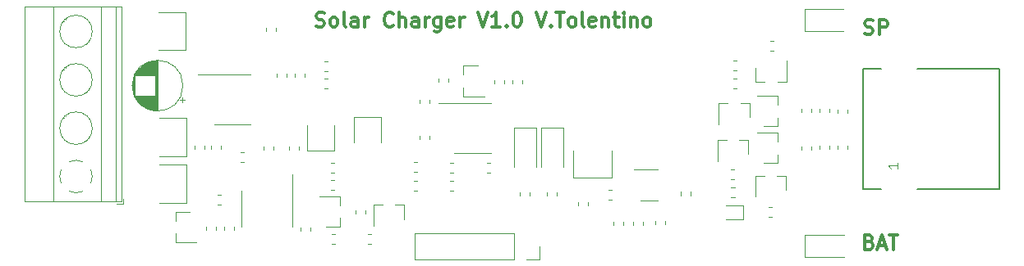
<source format=gbr>
G04 #@! TF.GenerationSoftware,KiCad,Pcbnew,(5.0.0)*
G04 #@! TF.CreationDate,2019-04-15T16:44:06+02:00*
G04 #@! TF.ProjectId,SolarPanelCharger,536F6C617250616E656C436861726765,rev?*
G04 #@! TF.SameCoordinates,Original*
G04 #@! TF.FileFunction,Legend,Top*
G04 #@! TF.FilePolarity,Positive*
%FSLAX46Y46*%
G04 Gerber Fmt 4.6, Leading zero omitted, Abs format (unit mm)*
G04 Created by KiCad (PCBNEW (5.0.0)) date 04/15/19 16:44:06*
%MOMM*%
%LPD*%
G01*
G04 APERTURE LIST*
%ADD10C,0.300000*%
%ADD11C,0.120000*%
%ADD12C,0.127000*%
%ADD13C,0.050000*%
G04 APERTURE END LIST*
D10*
X50517200Y-22451142D02*
X50731485Y-22522571D01*
X51088628Y-22522571D01*
X51231485Y-22451142D01*
X51302914Y-22379714D01*
X51374342Y-22236857D01*
X51374342Y-22094000D01*
X51302914Y-21951142D01*
X51231485Y-21879714D01*
X51088628Y-21808285D01*
X50802914Y-21736857D01*
X50660057Y-21665428D01*
X50588628Y-21594000D01*
X50517200Y-21451142D01*
X50517200Y-21308285D01*
X50588628Y-21165428D01*
X50660057Y-21094000D01*
X50802914Y-21022571D01*
X51160057Y-21022571D01*
X51374342Y-21094000D01*
X52231485Y-22522571D02*
X52088628Y-22451142D01*
X52017200Y-22379714D01*
X51945771Y-22236857D01*
X51945771Y-21808285D01*
X52017200Y-21665428D01*
X52088628Y-21594000D01*
X52231485Y-21522571D01*
X52445771Y-21522571D01*
X52588628Y-21594000D01*
X52660057Y-21665428D01*
X52731485Y-21808285D01*
X52731485Y-22236857D01*
X52660057Y-22379714D01*
X52588628Y-22451142D01*
X52445771Y-22522571D01*
X52231485Y-22522571D01*
X53588628Y-22522571D02*
X53445771Y-22451142D01*
X53374342Y-22308285D01*
X53374342Y-21022571D01*
X54802914Y-22522571D02*
X54802914Y-21736857D01*
X54731485Y-21594000D01*
X54588628Y-21522571D01*
X54302914Y-21522571D01*
X54160057Y-21594000D01*
X54802914Y-22451142D02*
X54660057Y-22522571D01*
X54302914Y-22522571D01*
X54160057Y-22451142D01*
X54088628Y-22308285D01*
X54088628Y-22165428D01*
X54160057Y-22022571D01*
X54302914Y-21951142D01*
X54660057Y-21951142D01*
X54802914Y-21879714D01*
X55517200Y-22522571D02*
X55517200Y-21522571D01*
X55517200Y-21808285D02*
X55588628Y-21665428D01*
X55660057Y-21594000D01*
X55802914Y-21522571D01*
X55945771Y-21522571D01*
X58445771Y-22379714D02*
X58374342Y-22451142D01*
X58160057Y-22522571D01*
X58017200Y-22522571D01*
X57802914Y-22451142D01*
X57660057Y-22308285D01*
X57588628Y-22165428D01*
X57517200Y-21879714D01*
X57517200Y-21665428D01*
X57588628Y-21379714D01*
X57660057Y-21236857D01*
X57802914Y-21094000D01*
X58017200Y-21022571D01*
X58160057Y-21022571D01*
X58374342Y-21094000D01*
X58445771Y-21165428D01*
X59088628Y-22522571D02*
X59088628Y-21022571D01*
X59731485Y-22522571D02*
X59731485Y-21736857D01*
X59660057Y-21594000D01*
X59517200Y-21522571D01*
X59302914Y-21522571D01*
X59160057Y-21594000D01*
X59088628Y-21665428D01*
X61088628Y-22522571D02*
X61088628Y-21736857D01*
X61017200Y-21594000D01*
X60874342Y-21522571D01*
X60588628Y-21522571D01*
X60445771Y-21594000D01*
X61088628Y-22451142D02*
X60945771Y-22522571D01*
X60588628Y-22522571D01*
X60445771Y-22451142D01*
X60374342Y-22308285D01*
X60374342Y-22165428D01*
X60445771Y-22022571D01*
X60588628Y-21951142D01*
X60945771Y-21951142D01*
X61088628Y-21879714D01*
X61802914Y-22522571D02*
X61802914Y-21522571D01*
X61802914Y-21808285D02*
X61874342Y-21665428D01*
X61945771Y-21594000D01*
X62088628Y-21522571D01*
X62231485Y-21522571D01*
X63374342Y-21522571D02*
X63374342Y-22736857D01*
X63302914Y-22879714D01*
X63231485Y-22951142D01*
X63088628Y-23022571D01*
X62874342Y-23022571D01*
X62731485Y-22951142D01*
X63374342Y-22451142D02*
X63231485Y-22522571D01*
X62945771Y-22522571D01*
X62802914Y-22451142D01*
X62731485Y-22379714D01*
X62660057Y-22236857D01*
X62660057Y-21808285D01*
X62731485Y-21665428D01*
X62802914Y-21594000D01*
X62945771Y-21522571D01*
X63231485Y-21522571D01*
X63374342Y-21594000D01*
X64660057Y-22451142D02*
X64517200Y-22522571D01*
X64231485Y-22522571D01*
X64088628Y-22451142D01*
X64017200Y-22308285D01*
X64017200Y-21736857D01*
X64088628Y-21594000D01*
X64231485Y-21522571D01*
X64517200Y-21522571D01*
X64660057Y-21594000D01*
X64731485Y-21736857D01*
X64731485Y-21879714D01*
X64017200Y-22022571D01*
X65374342Y-22522571D02*
X65374342Y-21522571D01*
X65374342Y-21808285D02*
X65445771Y-21665428D01*
X65517200Y-21594000D01*
X65660057Y-21522571D01*
X65802914Y-21522571D01*
X67231485Y-21022571D02*
X67731485Y-22522571D01*
X68231485Y-21022571D01*
X69517200Y-22522571D02*
X68660057Y-22522571D01*
X69088628Y-22522571D02*
X69088628Y-21022571D01*
X68945771Y-21236857D01*
X68802914Y-21379714D01*
X68660057Y-21451142D01*
X70160057Y-22379714D02*
X70231485Y-22451142D01*
X70160057Y-22522571D01*
X70088628Y-22451142D01*
X70160057Y-22379714D01*
X70160057Y-22522571D01*
X71160057Y-21022571D02*
X71302914Y-21022571D01*
X71445771Y-21094000D01*
X71517200Y-21165428D01*
X71588628Y-21308285D01*
X71660057Y-21594000D01*
X71660057Y-21951142D01*
X71588628Y-22236857D01*
X71517200Y-22379714D01*
X71445771Y-22451142D01*
X71302914Y-22522571D01*
X71160057Y-22522571D01*
X71017200Y-22451142D01*
X70945771Y-22379714D01*
X70874342Y-22236857D01*
X70802914Y-21951142D01*
X70802914Y-21594000D01*
X70874342Y-21308285D01*
X70945771Y-21165428D01*
X71017200Y-21094000D01*
X71160057Y-21022571D01*
X73231485Y-21022571D02*
X73731485Y-22522571D01*
X74231485Y-21022571D01*
X74731485Y-22379714D02*
X74802914Y-22451142D01*
X74731485Y-22522571D01*
X74660057Y-22451142D01*
X74731485Y-22379714D01*
X74731485Y-22522571D01*
X75231485Y-21022571D02*
X76088628Y-21022571D01*
X75660057Y-22522571D02*
X75660057Y-21022571D01*
X76802914Y-22522571D02*
X76660057Y-22451142D01*
X76588628Y-22379714D01*
X76517200Y-22236857D01*
X76517200Y-21808285D01*
X76588628Y-21665428D01*
X76660057Y-21594000D01*
X76802914Y-21522571D01*
X77017200Y-21522571D01*
X77160057Y-21594000D01*
X77231485Y-21665428D01*
X77302914Y-21808285D01*
X77302914Y-22236857D01*
X77231485Y-22379714D01*
X77160057Y-22451142D01*
X77017200Y-22522571D01*
X76802914Y-22522571D01*
X78160057Y-22522571D02*
X78017200Y-22451142D01*
X77945771Y-22308285D01*
X77945771Y-21022571D01*
X79302914Y-22451142D02*
X79160057Y-22522571D01*
X78874342Y-22522571D01*
X78731485Y-22451142D01*
X78660057Y-22308285D01*
X78660057Y-21736857D01*
X78731485Y-21594000D01*
X78874342Y-21522571D01*
X79160057Y-21522571D01*
X79302914Y-21594000D01*
X79374342Y-21736857D01*
X79374342Y-21879714D01*
X78660057Y-22022571D01*
X80017200Y-21522571D02*
X80017200Y-22522571D01*
X80017200Y-21665428D02*
X80088628Y-21594000D01*
X80231485Y-21522571D01*
X80445771Y-21522571D01*
X80588628Y-21594000D01*
X80660057Y-21736857D01*
X80660057Y-22522571D01*
X81160057Y-21522571D02*
X81731485Y-21522571D01*
X81374342Y-21022571D02*
X81374342Y-22308285D01*
X81445771Y-22451142D01*
X81588628Y-22522571D01*
X81731485Y-22522571D01*
X82231485Y-22522571D02*
X82231485Y-21522571D01*
X82231485Y-21022571D02*
X82160057Y-21094000D01*
X82231485Y-21165428D01*
X82302914Y-21094000D01*
X82231485Y-21022571D01*
X82231485Y-21165428D01*
X82945771Y-21522571D02*
X82945771Y-22522571D01*
X82945771Y-21665428D02*
X83017200Y-21594000D01*
X83160057Y-21522571D01*
X83374342Y-21522571D01*
X83517200Y-21594000D01*
X83588628Y-21736857D01*
X83588628Y-22522571D01*
X84517200Y-22522571D02*
X84374342Y-22451142D01*
X84302914Y-22379714D01*
X84231485Y-22236857D01*
X84231485Y-21808285D01*
X84302914Y-21665428D01*
X84374342Y-21594000D01*
X84517200Y-21522571D01*
X84731485Y-21522571D01*
X84874342Y-21594000D01*
X84945771Y-21665428D01*
X85017200Y-21808285D01*
X85017200Y-22236857D01*
X84945771Y-22379714D01*
X84874342Y-22451142D01*
X84731485Y-22522571D01*
X84517200Y-22522571D01*
X107554057Y-44749257D02*
X107768342Y-44820685D01*
X107839771Y-44892114D01*
X107911200Y-45034971D01*
X107911200Y-45249257D01*
X107839771Y-45392114D01*
X107768342Y-45463542D01*
X107625485Y-45534971D01*
X107054057Y-45534971D01*
X107054057Y-44034971D01*
X107554057Y-44034971D01*
X107696914Y-44106400D01*
X107768342Y-44177828D01*
X107839771Y-44320685D01*
X107839771Y-44463542D01*
X107768342Y-44606400D01*
X107696914Y-44677828D01*
X107554057Y-44749257D01*
X107054057Y-44749257D01*
X108482628Y-45106400D02*
X109196914Y-45106400D01*
X108339771Y-45534971D02*
X108839771Y-44034971D01*
X109339771Y-45534971D01*
X109625485Y-44034971D02*
X110482628Y-44034971D01*
X110054057Y-45534971D02*
X110054057Y-44034971D01*
X107076228Y-23213142D02*
X107290514Y-23284571D01*
X107647657Y-23284571D01*
X107790514Y-23213142D01*
X107861942Y-23141714D01*
X107933371Y-22998857D01*
X107933371Y-22856000D01*
X107861942Y-22713142D01*
X107790514Y-22641714D01*
X107647657Y-22570285D01*
X107361942Y-22498857D01*
X107219085Y-22427428D01*
X107147657Y-22356000D01*
X107076228Y-22213142D01*
X107076228Y-22070285D01*
X107147657Y-21927428D01*
X107219085Y-21856000D01*
X107361942Y-21784571D01*
X107719085Y-21784571D01*
X107933371Y-21856000D01*
X108576228Y-23284571D02*
X108576228Y-21784571D01*
X109147657Y-21784571D01*
X109290514Y-21856000D01*
X109361942Y-21927428D01*
X109433371Y-22070285D01*
X109433371Y-22284571D01*
X109361942Y-22427428D01*
X109290514Y-22498857D01*
X109147657Y-22570285D01*
X108576228Y-22570285D01*
D11*
G04 #@! TO.C,U3*
X41859200Y-32612800D02*
X43739200Y-32612800D01*
X41859200Y-32612800D02*
X39979200Y-32612800D01*
X41859200Y-27432800D02*
X43739200Y-27432800D01*
X41859200Y-27432800D02*
X38334200Y-27432800D01*
G04 #@! TO.C,C5*
X51339933Y-26109200D02*
X51682467Y-26109200D01*
X51339933Y-27129200D02*
X51682467Y-27129200D01*
G04 #@! TO.C,R12*
X47449200Y-27679467D02*
X47449200Y-27336933D01*
X46429200Y-27679467D02*
X46429200Y-27336933D01*
G04 #@! TO.C,R15*
X39672800Y-35172467D02*
X39672800Y-34829933D01*
X40692800Y-35172467D02*
X40692800Y-34829933D01*
G04 #@! TO.C,R11*
X49328800Y-27665467D02*
X49328800Y-27322933D01*
X48308800Y-27665467D02*
X48308800Y-27322933D01*
G04 #@! TO.C,R13*
X51693867Y-27887200D02*
X51351333Y-27887200D01*
X51693867Y-28907200D02*
X51351333Y-28907200D01*
G04 #@! TO.C,R14*
X37945600Y-35172467D02*
X37945600Y-34829933D01*
X38965600Y-35172467D02*
X38965600Y-34829933D01*
G04 #@! TO.C,C4*
X45311600Y-22649333D02*
X45311600Y-22991867D01*
X46331600Y-22649333D02*
X46331600Y-22991867D01*
G04 #@! TO.C,C1*
X49887600Y-43656067D02*
X49887600Y-43313533D01*
X48867600Y-43656067D02*
X48867600Y-43313533D01*
G04 #@! TO.C,C2*
X47750000Y-35211867D02*
X47750000Y-34869333D01*
X48770000Y-35211867D02*
X48770000Y-34869333D01*
G04 #@! TO.C,C3*
X36777600Y-28600400D02*
G75*
G03X36777600Y-28600400I-2620000J0D01*
G01*
X34157600Y-31180400D02*
X34157600Y-26020400D01*
X34117600Y-31180400D02*
X34117600Y-26020400D01*
X34077600Y-31179400D02*
X34077600Y-26021400D01*
X34037600Y-31178400D02*
X34037600Y-26022400D01*
X33997600Y-31176400D02*
X33997600Y-26024400D01*
X33957600Y-31173400D02*
X33957600Y-26027400D01*
X33917600Y-31169400D02*
X33917600Y-29640400D01*
X33917600Y-27560400D02*
X33917600Y-26031400D01*
X33877600Y-31165400D02*
X33877600Y-29640400D01*
X33877600Y-27560400D02*
X33877600Y-26035400D01*
X33837600Y-31161400D02*
X33837600Y-29640400D01*
X33837600Y-27560400D02*
X33837600Y-26039400D01*
X33797600Y-31156400D02*
X33797600Y-29640400D01*
X33797600Y-27560400D02*
X33797600Y-26044400D01*
X33757600Y-31150400D02*
X33757600Y-29640400D01*
X33757600Y-27560400D02*
X33757600Y-26050400D01*
X33717600Y-31143400D02*
X33717600Y-29640400D01*
X33717600Y-27560400D02*
X33717600Y-26057400D01*
X33677600Y-31136400D02*
X33677600Y-29640400D01*
X33677600Y-27560400D02*
X33677600Y-26064400D01*
X33637600Y-31128400D02*
X33637600Y-29640400D01*
X33637600Y-27560400D02*
X33637600Y-26072400D01*
X33597600Y-31120400D02*
X33597600Y-29640400D01*
X33597600Y-27560400D02*
X33597600Y-26080400D01*
X33557600Y-31111400D02*
X33557600Y-29640400D01*
X33557600Y-27560400D02*
X33557600Y-26089400D01*
X33517600Y-31101400D02*
X33517600Y-29640400D01*
X33517600Y-27560400D02*
X33517600Y-26099400D01*
X33477600Y-31091400D02*
X33477600Y-29640400D01*
X33477600Y-27560400D02*
X33477600Y-26109400D01*
X33436600Y-31080400D02*
X33436600Y-29640400D01*
X33436600Y-27560400D02*
X33436600Y-26120400D01*
X33396600Y-31068400D02*
X33396600Y-29640400D01*
X33396600Y-27560400D02*
X33396600Y-26132400D01*
X33356600Y-31055400D02*
X33356600Y-29640400D01*
X33356600Y-27560400D02*
X33356600Y-26145400D01*
X33316600Y-31042400D02*
X33316600Y-29640400D01*
X33316600Y-27560400D02*
X33316600Y-26158400D01*
X33276600Y-31028400D02*
X33276600Y-29640400D01*
X33276600Y-27560400D02*
X33276600Y-26172400D01*
X33236600Y-31014400D02*
X33236600Y-29640400D01*
X33236600Y-27560400D02*
X33236600Y-26186400D01*
X33196600Y-30998400D02*
X33196600Y-29640400D01*
X33196600Y-27560400D02*
X33196600Y-26202400D01*
X33156600Y-30982400D02*
X33156600Y-29640400D01*
X33156600Y-27560400D02*
X33156600Y-26218400D01*
X33116600Y-30965400D02*
X33116600Y-29640400D01*
X33116600Y-27560400D02*
X33116600Y-26235400D01*
X33076600Y-30948400D02*
X33076600Y-29640400D01*
X33076600Y-27560400D02*
X33076600Y-26252400D01*
X33036600Y-30929400D02*
X33036600Y-29640400D01*
X33036600Y-27560400D02*
X33036600Y-26271400D01*
X32996600Y-30910400D02*
X32996600Y-29640400D01*
X32996600Y-27560400D02*
X32996600Y-26290400D01*
X32956600Y-30890400D02*
X32956600Y-29640400D01*
X32956600Y-27560400D02*
X32956600Y-26310400D01*
X32916600Y-30868400D02*
X32916600Y-29640400D01*
X32916600Y-27560400D02*
X32916600Y-26332400D01*
X32876600Y-30847400D02*
X32876600Y-29640400D01*
X32876600Y-27560400D02*
X32876600Y-26353400D01*
X32836600Y-30824400D02*
X32836600Y-29640400D01*
X32836600Y-27560400D02*
X32836600Y-26376400D01*
X32796600Y-30800400D02*
X32796600Y-29640400D01*
X32796600Y-27560400D02*
X32796600Y-26400400D01*
X32756600Y-30775400D02*
X32756600Y-29640400D01*
X32756600Y-27560400D02*
X32756600Y-26425400D01*
X32716600Y-30749400D02*
X32716600Y-29640400D01*
X32716600Y-27560400D02*
X32716600Y-26451400D01*
X32676600Y-30722400D02*
X32676600Y-29640400D01*
X32676600Y-27560400D02*
X32676600Y-26478400D01*
X32636600Y-30695400D02*
X32636600Y-29640400D01*
X32636600Y-27560400D02*
X32636600Y-26505400D01*
X32596600Y-30665400D02*
X32596600Y-29640400D01*
X32596600Y-27560400D02*
X32596600Y-26535400D01*
X32556600Y-30635400D02*
X32556600Y-29640400D01*
X32556600Y-27560400D02*
X32556600Y-26565400D01*
X32516600Y-30604400D02*
X32516600Y-29640400D01*
X32516600Y-27560400D02*
X32516600Y-26596400D01*
X32476600Y-30571400D02*
X32476600Y-29640400D01*
X32476600Y-27560400D02*
X32476600Y-26629400D01*
X32436600Y-30537400D02*
X32436600Y-29640400D01*
X32436600Y-27560400D02*
X32436600Y-26663400D01*
X32396600Y-30501400D02*
X32396600Y-29640400D01*
X32396600Y-27560400D02*
X32396600Y-26699400D01*
X32356600Y-30464400D02*
X32356600Y-29640400D01*
X32356600Y-27560400D02*
X32356600Y-26736400D01*
X32316600Y-30426400D02*
X32316600Y-29640400D01*
X32316600Y-27560400D02*
X32316600Y-26774400D01*
X32276600Y-30385400D02*
X32276600Y-29640400D01*
X32276600Y-27560400D02*
X32276600Y-26815400D01*
X32236600Y-30343400D02*
X32236600Y-29640400D01*
X32236600Y-27560400D02*
X32236600Y-26857400D01*
X32196600Y-30299400D02*
X32196600Y-29640400D01*
X32196600Y-27560400D02*
X32196600Y-26901400D01*
X32156600Y-30253400D02*
X32156600Y-29640400D01*
X32156600Y-27560400D02*
X32156600Y-26947400D01*
X32116600Y-30205400D02*
X32116600Y-29640400D01*
X32116600Y-27560400D02*
X32116600Y-26995400D01*
X32076600Y-30154400D02*
X32076600Y-29640400D01*
X32076600Y-27560400D02*
X32076600Y-27046400D01*
X32036600Y-30100400D02*
X32036600Y-29640400D01*
X32036600Y-27560400D02*
X32036600Y-27100400D01*
X31996600Y-30043400D02*
X31996600Y-29640400D01*
X31996600Y-27560400D02*
X31996600Y-27157400D01*
X31956600Y-29983400D02*
X31956600Y-29640400D01*
X31956600Y-27560400D02*
X31956600Y-27217400D01*
X31916600Y-29919400D02*
X31916600Y-29640400D01*
X31916600Y-27560400D02*
X31916600Y-27281400D01*
X31876600Y-29851400D02*
X31876600Y-29640400D01*
X31876600Y-27560400D02*
X31876600Y-27349400D01*
X31836600Y-29778400D02*
X31836600Y-27422400D01*
X31796600Y-29698400D02*
X31796600Y-27502400D01*
X31756600Y-29611400D02*
X31756600Y-27589400D01*
X31716600Y-29515400D02*
X31716600Y-27685400D01*
X31676600Y-29405400D02*
X31676600Y-27795400D01*
X31636600Y-29277400D02*
X31636600Y-27923400D01*
X31596600Y-29118400D02*
X31596600Y-28082400D01*
X31556600Y-28884400D02*
X31556600Y-28316400D01*
X36962375Y-30075400D02*
X36462375Y-30075400D01*
X36712375Y-30325400D02*
X36712375Y-29825400D01*
G04 #@! TO.C,C6*
X62206600Y-34167867D02*
X62206600Y-33825333D01*
X61186600Y-34167867D02*
X61186600Y-33825333D01*
G04 #@! TO.C,C7*
X68471867Y-37568600D02*
X68129333Y-37568600D01*
X68471867Y-36548600D02*
X68129333Y-36548600D01*
G04 #@! TO.C,C8*
X77493400Y-40635133D02*
X77493400Y-40977667D01*
X78513400Y-40635133D02*
X78513400Y-40977667D01*
G04 #@! TO.C,C9*
X88136000Y-39593733D02*
X88136000Y-39936267D01*
X89156000Y-39593733D02*
X89156000Y-39936267D01*
G04 #@! TO.C,C10*
X93833767Y-27040300D02*
X93491233Y-27040300D01*
X93833767Y-26020300D02*
X93491233Y-26020300D01*
G04 #@! TO.C,C11*
X93654667Y-39114000D02*
X93312133Y-39114000D01*
X93654667Y-40134000D02*
X93312133Y-40134000D01*
G04 #@! TO.C,C12*
X100543900Y-31349767D02*
X100543900Y-31007233D01*
X101563900Y-31349767D02*
X101563900Y-31007233D01*
G04 #@! TO.C,C13*
X100543900Y-34880733D02*
X100543900Y-35223267D01*
X101563900Y-34880733D02*
X101563900Y-35223267D01*
G04 #@! TO.C,C14*
X103405400Y-34831233D02*
X103405400Y-35173767D01*
X102385400Y-34831233D02*
X102385400Y-35173767D01*
G04 #@! TO.C,C15*
X102385400Y-31363767D02*
X102385400Y-31021233D01*
X103405400Y-31363767D02*
X103405400Y-31021233D01*
G04 #@! TO.C,D1*
X49603200Y-35304400D02*
X49603200Y-32664400D01*
X49603200Y-35304400D02*
X52403200Y-35304400D01*
X52403200Y-35304400D02*
X52403200Y-32664400D01*
G04 #@! TO.C,D2*
X54378400Y-31853200D02*
X54378400Y-34493200D01*
X57178400Y-31853200D02*
X54378400Y-31853200D01*
X57178400Y-31853200D02*
X57178400Y-34493200D01*
G04 #@! TO.C,D3*
X37135400Y-31964400D02*
X34315400Y-31964400D01*
X37135400Y-35904400D02*
X34315400Y-35904400D01*
X37135400Y-35904400D02*
X37135400Y-31964400D01*
G04 #@! TO.C,D4*
X37135400Y-40730400D02*
X37135400Y-36790400D01*
X37135400Y-40730400D02*
X34315400Y-40730400D01*
X37135400Y-36790400D02*
X34315400Y-36790400D01*
G04 #@! TO.C,D5*
X37059200Y-20991600D02*
X34239200Y-20991600D01*
X37059200Y-24931600D02*
X34239200Y-24931600D01*
X37059200Y-24931600D02*
X37059200Y-20991600D01*
G04 #@! TO.C,D6*
X73744200Y-32984100D02*
X73744200Y-37044100D01*
X76014200Y-32984100D02*
X73744200Y-32984100D01*
X76014200Y-37044100D02*
X76014200Y-32984100D01*
G04 #@! TO.C,D7*
X73169400Y-37044100D02*
X73169400Y-32984100D01*
X73169400Y-32984100D02*
X70899400Y-32984100D01*
X70899400Y-32984100D02*
X70899400Y-37044100D01*
G04 #@! TO.C,D8*
X77049400Y-38151400D02*
X80989400Y-38151400D01*
X77049400Y-38151400D02*
X77049400Y-35331400D01*
X80989400Y-38151400D02*
X80989400Y-35331400D01*
G04 #@! TO.C,D10*
X94560800Y-41006800D02*
X92760800Y-41006800D01*
X94560800Y-42406800D02*
X92760800Y-42406800D01*
X94560800Y-42406800D02*
X94560800Y-41006800D01*
G04 #@! TO.C,J1*
X27290356Y-37315082D02*
G75*
G02X27435600Y-37998400I-1534756J-683318D01*
G01*
X25072558Y-36462974D02*
G75*
G02X26439600Y-36463400I683042J-1535426D01*
G01*
X24220174Y-38681442D02*
G75*
G02X24220600Y-37314400I1535426J683042D01*
G01*
X26438642Y-39533826D02*
G75*
G02X25071600Y-39533400I-683042J1535426D01*
G01*
X27435853Y-37969595D02*
G75*
G02X27290600Y-38682400I-1680253J-28805D01*
G01*
X27435600Y-32998400D02*
G75*
G03X27435600Y-32998400I-1680000J0D01*
G01*
X27435600Y-27998400D02*
G75*
G03X27435600Y-27998400I-1680000J0D01*
G01*
X27435600Y-22998400D02*
G75*
G03X27435600Y-22998400I-1680000J0D01*
G01*
X29855600Y-40558400D02*
X29855600Y-20437400D01*
X28355600Y-40558400D02*
X28355600Y-20437400D01*
X23454600Y-40558400D02*
X23454600Y-20437400D01*
X20494600Y-40558400D02*
X20494600Y-20437400D01*
X30415600Y-40558400D02*
X30415600Y-20437400D01*
X20494600Y-40558400D02*
X30415600Y-40558400D01*
X20494600Y-20437400D02*
X30415600Y-20437400D01*
X24686600Y-31723400D02*
X24732600Y-31770400D01*
X26994600Y-34032400D02*
X27029600Y-34067400D01*
X24480600Y-31928400D02*
X24516600Y-31963400D01*
X26778600Y-34225400D02*
X26824600Y-34272400D01*
X24686600Y-26723400D02*
X24732600Y-26770400D01*
X26994600Y-29032400D02*
X27029600Y-29067400D01*
X24480600Y-26928400D02*
X24516600Y-26963400D01*
X26778600Y-29225400D02*
X26824600Y-29272400D01*
X24686600Y-21723400D02*
X24732600Y-21770400D01*
X26994600Y-24032400D02*
X27029600Y-24067400D01*
X24480600Y-21928400D02*
X24516600Y-21963400D01*
X26778600Y-24225400D02*
X26824600Y-24272400D01*
X29915600Y-40798400D02*
X30655600Y-40798400D01*
X30655600Y-40798400D02*
X30655600Y-40298400D01*
G04 #@! TO.C,J2*
X73516800Y-45212000D02*
X73516800Y-46542000D01*
X73516800Y-46542000D02*
X72186800Y-46542000D01*
X70916800Y-46542000D02*
X60696800Y-46542000D01*
X60696800Y-43882000D02*
X60696800Y-46542000D01*
X70916800Y-43882000D02*
X60696800Y-43882000D01*
X70916800Y-43882000D02*
X70916800Y-46542000D01*
D12*
G04 #@! TO.C,J3*
X106922400Y-26833500D02*
X106922400Y-39333500D01*
X120922400Y-39333500D02*
X120922400Y-26833500D01*
X108772400Y-39333500D02*
X106922400Y-39333500D01*
X108772400Y-26833500D02*
X106922400Y-26833500D01*
X112522400Y-39333500D02*
X120922400Y-39333500D01*
X112522400Y-26833500D02*
X120922400Y-26833500D01*
D11*
G04 #@! TO.C,Q1*
X53007800Y-43223300D02*
X53007800Y-42293300D01*
X53007800Y-40063300D02*
X53007800Y-40993300D01*
X53007800Y-40063300D02*
X50847800Y-40063300D01*
X53007800Y-43223300D02*
X51547800Y-43223300D01*
G04 #@! TO.C,Q2*
X59606300Y-40946800D02*
X59606300Y-42406800D01*
X56446300Y-40946800D02*
X56446300Y-43106800D01*
X56446300Y-40946800D02*
X57376300Y-40946800D01*
X59606300Y-40946800D02*
X58676300Y-40946800D01*
G04 #@! TO.C,Q3*
X65702400Y-26548000D02*
X65702400Y-27478000D01*
X65702400Y-29708000D02*
X65702400Y-28778000D01*
X65702400Y-29708000D02*
X67862400Y-29708000D01*
X65702400Y-26548000D02*
X67162400Y-26548000D01*
G04 #@! TO.C,Q4*
X95204400Y-30418500D02*
X95204400Y-31878500D01*
X92044400Y-30418500D02*
X92044400Y-32578500D01*
X92044400Y-30418500D02*
X92974400Y-30418500D01*
X95204400Y-30418500D02*
X94274400Y-30418500D01*
G04 #@! TO.C,Q5*
X95077400Y-34228500D02*
X94147400Y-34228500D01*
X91917400Y-34228500D02*
X92847400Y-34228500D01*
X91917400Y-34228500D02*
X91917400Y-36388500D01*
X95077400Y-34228500D02*
X95077400Y-35688500D01*
G04 #@! TO.C,Q6*
X95854400Y-28192000D02*
X95854400Y-26732000D01*
X99014400Y-28192000D02*
X99014400Y-26032000D01*
X99014400Y-28192000D02*
X98084400Y-28192000D01*
X95854400Y-28192000D02*
X96784400Y-28192000D01*
G04 #@! TO.C,Q7*
X98950900Y-37911500D02*
X98020900Y-37911500D01*
X95790900Y-37911500D02*
X96720900Y-37911500D01*
X95790900Y-37911500D02*
X95790900Y-40071500D01*
X98950900Y-37911500D02*
X98950900Y-39371500D01*
G04 #@! TO.C,Q8*
X98130900Y-32822000D02*
X98130900Y-31892000D01*
X98130900Y-29662000D02*
X98130900Y-30592000D01*
X98130900Y-29662000D02*
X95970900Y-29662000D01*
X98130900Y-32822000D02*
X96670900Y-32822000D01*
G04 #@! TO.C,Q9*
X98130900Y-36632000D02*
X96670900Y-36632000D01*
X98130900Y-33472000D02*
X95970900Y-33472000D01*
X98130900Y-33472000D02*
X98130900Y-34402000D01*
X98130900Y-36632000D02*
X98130900Y-35702000D01*
G04 #@! TO.C,R1*
X46077600Y-34880733D02*
X46077600Y-35223267D01*
X45057600Y-34880733D02*
X45057600Y-35223267D01*
G04 #@! TO.C,R2*
X43035067Y-36473800D02*
X42692533Y-36473800D01*
X43035067Y-35453800D02*
X42692533Y-35453800D01*
G04 #@! TO.C,R3*
X39164800Y-43543067D02*
X39164800Y-43200533D01*
X40184800Y-43543067D02*
X40184800Y-43200533D01*
G04 #@! TO.C,R4*
X40378533Y-40946800D02*
X40721067Y-40946800D01*
X40378533Y-39926800D02*
X40721067Y-39926800D01*
G04 #@! TO.C,R5*
X42013600Y-43554467D02*
X42013600Y-43211933D01*
X40993600Y-43554467D02*
X40993600Y-43211933D01*
G04 #@! TO.C,R6*
X52341567Y-37644800D02*
X51999033Y-37644800D01*
X52341567Y-36624800D02*
X51999033Y-36624800D01*
G04 #@! TO.C,R7*
X52355567Y-39359300D02*
X52013033Y-39359300D01*
X52355567Y-38339300D02*
X52013033Y-38339300D01*
G04 #@! TO.C,R8*
X52090533Y-44947300D02*
X52433067Y-44947300D01*
X52090533Y-43927300D02*
X52433067Y-43927300D01*
G04 #@! TO.C,R9*
X54595300Y-41472033D02*
X54595300Y-41814567D01*
X55615300Y-41472033D02*
X55615300Y-41814567D01*
G04 #@! TO.C,R10*
X55872533Y-43927300D02*
X56215067Y-43927300D01*
X55872533Y-44947300D02*
X56215067Y-44947300D01*
G04 #@! TO.C,R16*
X60946565Y-36537197D02*
X60604031Y-36537197D01*
X60946565Y-37557197D02*
X60604031Y-37557197D01*
G04 #@! TO.C,R17*
X60946565Y-39462197D02*
X60604031Y-39462197D01*
X60946565Y-38442197D02*
X60604031Y-38442197D01*
G04 #@! TO.C,R18*
X64675867Y-37568600D02*
X64333333Y-37568600D01*
X64675867Y-36548600D02*
X64333333Y-36548600D01*
G04 #@! TO.C,R19*
X61186600Y-30043333D02*
X61186600Y-30385867D01*
X62206600Y-30043333D02*
X62206600Y-30385867D01*
G04 #@! TO.C,R20*
X64661867Y-39473600D02*
X64319333Y-39473600D01*
X64661867Y-38453600D02*
X64319333Y-38453600D01*
G04 #@! TO.C,R21*
X70762400Y-28008733D02*
X70762400Y-28351267D01*
X71782400Y-28008733D02*
X71782400Y-28351267D01*
G04 #@! TO.C,R22*
X69877400Y-28365267D02*
X69877400Y-28022733D01*
X68857400Y-28365267D02*
X68857400Y-28022733D01*
G04 #@! TO.C,R23*
X63142400Y-28224267D02*
X63142400Y-27881733D01*
X64162400Y-28224267D02*
X64162400Y-27881733D01*
G04 #@! TO.C,R24*
X75338400Y-39998467D02*
X75338400Y-39655933D01*
X74318400Y-39998467D02*
X74318400Y-39655933D01*
G04 #@! TO.C,R25*
X71473600Y-39998467D02*
X71473600Y-39655933D01*
X72493600Y-39998467D02*
X72493600Y-39655933D01*
G04 #@! TO.C,R26*
X80626133Y-40413400D02*
X80968667Y-40413400D01*
X80626133Y-39393400D02*
X80968667Y-39393400D01*
G04 #@! TO.C,R27*
X82196400Y-42653133D02*
X82196400Y-42995667D01*
X81176400Y-42653133D02*
X81176400Y-42995667D01*
G04 #@! TO.C,R28*
X83208400Y-42653133D02*
X83208400Y-42995667D01*
X84228400Y-42653133D02*
X84228400Y-42995667D01*
G04 #@! TO.C,R29*
X85494400Y-42981667D02*
X85494400Y-42639133D01*
X86514400Y-42981667D02*
X86514400Y-42639133D01*
G04 #@! TO.C,R30*
X97645067Y-24995600D02*
X97302533Y-24995600D01*
X97645067Y-23975600D02*
X97302533Y-23975600D01*
G04 #@! TO.C,R31*
X97136133Y-42166000D02*
X97478667Y-42166000D01*
X97136133Y-41146000D02*
X97478667Y-41146000D01*
G04 #@! TO.C,R32*
X93847767Y-27861800D02*
X93505233Y-27861800D01*
X93847767Y-28881800D02*
X93505233Y-28881800D01*
G04 #@! TO.C,R33*
X93619167Y-38292500D02*
X93276633Y-38292500D01*
X93619167Y-37272500D02*
X93276633Y-37272500D01*
G04 #@! TO.C,U1*
X48030600Y-41325800D02*
X48030600Y-37800800D01*
X48030600Y-41325800D02*
X48030600Y-43205800D01*
X42850600Y-41325800D02*
X42850600Y-39445800D01*
X42850600Y-41325800D02*
X42850600Y-43205800D01*
G04 #@! TO.C,U2*
X36019200Y-41650800D02*
X37479200Y-41650800D01*
X36019200Y-44810800D02*
X38179200Y-44810800D01*
X36019200Y-44810800D02*
X36019200Y-43880800D01*
X36019200Y-41650800D02*
X36019200Y-42580800D01*
G04 #@! TO.C,U4*
X66649600Y-35584600D02*
X68529600Y-35584600D01*
X66649600Y-35584600D02*
X64769600Y-35584600D01*
X66649600Y-30404600D02*
X68529600Y-30404600D01*
X66649600Y-30404600D02*
X63124600Y-30404600D01*
G04 #@! TO.C,U5*
X83961400Y-40497400D02*
X85761400Y-40497400D01*
X85761400Y-37277400D02*
X83311400Y-37277400D01*
G04 #@! TO.C,D11*
X104927200Y-44026200D02*
X100867200Y-44026200D01*
X100867200Y-44026200D02*
X100867200Y-46296200D01*
X100867200Y-46296200D02*
X104927200Y-46296200D01*
G04 #@! TO.C,D12*
X100852900Y-22979000D02*
X104912900Y-22979000D01*
X100852900Y-20709000D02*
X100852900Y-22979000D01*
X104912900Y-20709000D02*
X100852900Y-20709000D01*
G04 #@! TO.C,R34*
X104290400Y-31413267D02*
X104290400Y-31070733D01*
X105310400Y-31413267D02*
X105310400Y-31070733D01*
G04 #@! TO.C,R35*
X105310400Y-35159767D02*
X105310400Y-34817233D01*
X104290400Y-35159767D02*
X104290400Y-34817233D01*
G04 #@! TO.C,J3*
D13*
X110494780Y-36597785D02*
X110494780Y-37169214D01*
X110494780Y-36883500D02*
X109494780Y-36883500D01*
X109637638Y-36978738D01*
X109732876Y-37073976D01*
X109780495Y-37169214D01*
G04 #@! TD*
M02*

</source>
